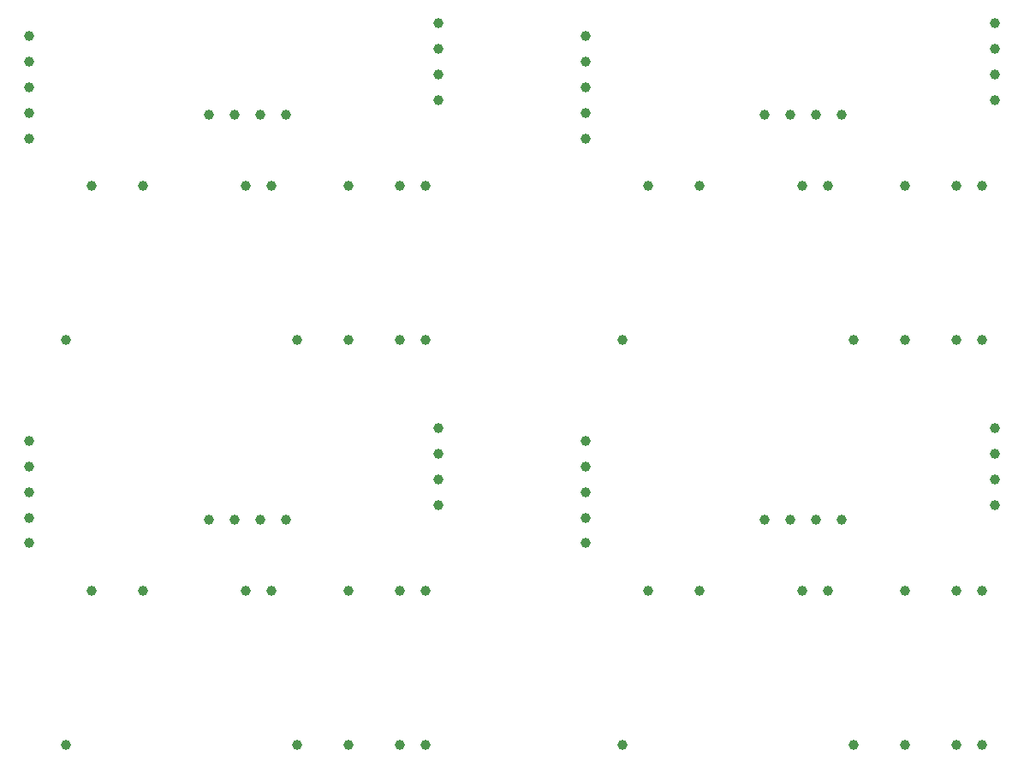
<source format=gbr>
G04 PROTEUS GERBER X2 FILE*
%TF.GenerationSoftware,Labcenter,Proteus,8.15-SP1-Build34318*%
%TF.CreationDate,2023-09-27T19:19:53+00:00*%
%TF.FileFunction,Plated,0,1,PTH*%
%TF.FilePolarity,Positive*%
%TF.Part,Single*%
%TF.SameCoordinates,{3c810428-778b-40b1-ace6-7a7f232bcbd0}*%
%FSLAX45Y45*%
%MOMM*%
G01*
%TA.AperFunction,ComponentDrill*%
%ADD21C,1.000000*%
%TD.AperFunction*%
D21*
X-2465900Y+2733300D03*
X-2719900Y+2733300D03*
X-2973900Y+2733300D03*
X-3227900Y+2733300D03*
X-955740Y+2879160D03*
X-955740Y+3133160D03*
X-955740Y+3387160D03*
X-955740Y+3641160D03*
X-5000000Y+2500000D03*
X-5000000Y+2750000D03*
X-5000000Y+3004000D03*
X-5000000Y+3258000D03*
X-5000000Y+3512000D03*
X-1079500Y+508000D03*
X-1333500Y+508000D03*
X-1841500Y+508000D03*
X-2349500Y+508000D03*
X-4635500Y+508000D03*
X-4381500Y+2032000D03*
X-3873500Y+2032000D03*
X-2857500Y+2032000D03*
X-2603500Y+2032000D03*
X-1841500Y+2032000D03*
X-1333500Y+2032000D03*
X-1079500Y+2032000D03*
X-7965900Y+2733300D03*
X-8219900Y+2733300D03*
X-8473900Y+2733300D03*
X-8727900Y+2733300D03*
X-6455740Y+2879160D03*
X-6455740Y+3133160D03*
X-6455740Y+3387160D03*
X-6455740Y+3641160D03*
X-10500000Y+2500000D03*
X-10500000Y+2750000D03*
X-10500000Y+3004000D03*
X-10500000Y+3258000D03*
X-10500000Y+3512000D03*
X-6579500Y+508000D03*
X-6833500Y+508000D03*
X-7341500Y+508000D03*
X-7849500Y+508000D03*
X-10135500Y+508000D03*
X-9881500Y+2032000D03*
X-9373500Y+2032000D03*
X-8357500Y+2032000D03*
X-8103500Y+2032000D03*
X-7341500Y+2032000D03*
X-6833500Y+2032000D03*
X-6579500Y+2032000D03*
X-2465900Y+6733300D03*
X-2719900Y+6733300D03*
X-2973900Y+6733300D03*
X-3227900Y+6733300D03*
X-955740Y+6879160D03*
X-955740Y+7133160D03*
X-955740Y+7387160D03*
X-955740Y+7641160D03*
X-5000000Y+6500000D03*
X-5000000Y+6750000D03*
X-5000000Y+7004000D03*
X-5000000Y+7258000D03*
X-5000000Y+7512000D03*
X-1079500Y+4508000D03*
X-1333500Y+4508000D03*
X-1841500Y+4508000D03*
X-2349500Y+4508000D03*
X-4635500Y+4508000D03*
X-4381500Y+6032000D03*
X-3873500Y+6032000D03*
X-2857500Y+6032000D03*
X-2603500Y+6032000D03*
X-1841500Y+6032000D03*
X-1333500Y+6032000D03*
X-1079500Y+6032000D03*
X-7965900Y+6733300D03*
X-8219900Y+6733300D03*
X-8473900Y+6733300D03*
X-8727900Y+6733300D03*
X-6455740Y+6879160D03*
X-6455740Y+7133160D03*
X-6455740Y+7387160D03*
X-6455740Y+7641160D03*
X-10500000Y+6500000D03*
X-10500000Y+6750000D03*
X-10500000Y+7004000D03*
X-10500000Y+7258000D03*
X-10500000Y+7512000D03*
X-6579500Y+4508000D03*
X-6833500Y+4508000D03*
X-7341500Y+4508000D03*
X-7849500Y+4508000D03*
X-10135500Y+4508000D03*
X-9881500Y+6032000D03*
X-9373500Y+6032000D03*
X-8357500Y+6032000D03*
X-8103500Y+6032000D03*
X-7341500Y+6032000D03*
X-6833500Y+6032000D03*
X-6579500Y+6032000D03*
M02*

</source>
